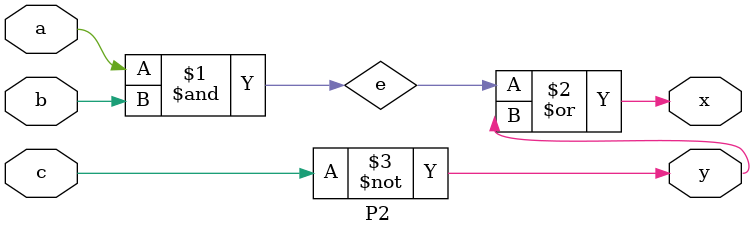
<source format=v>
module P2(a,b,c,x,y);
input a,b,c;
output x,y;
wire e;
and g1(e,a,b);
not g2(y,c);
or g3(x,e,y);
endmodule

</source>
